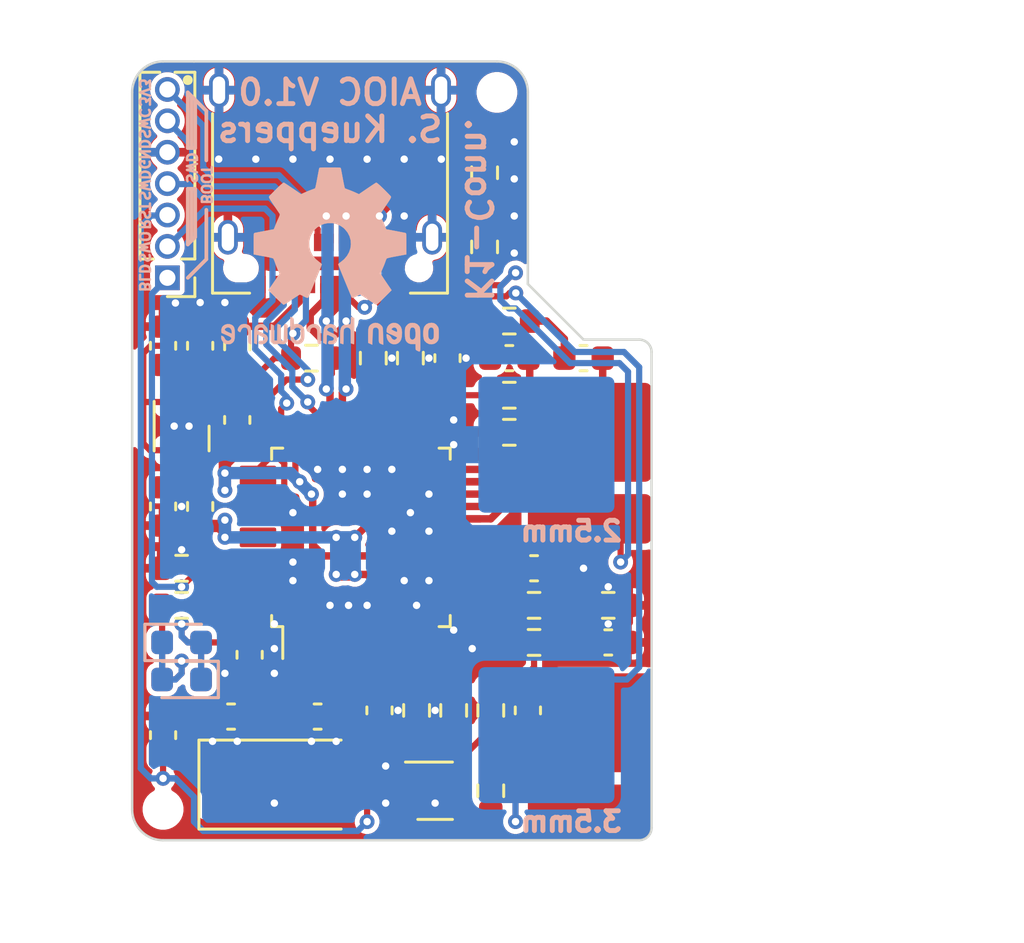
<source format=kicad_pcb>
(kicad_pcb (version 20241229) (generator "pcbnew") (generator_version "9.0")
  (layers (0 "F.Cu" signal) (2 "B.Cu" signal) (13 "F.Paste" user) (15 "B.Paste" user) (5 "F.SilkS" user "F.Silkscreen") (7 "B.SilkS" user "B.Silkscreen") (1 "F.Mask" user) (3 "B.Mask" user) (25 "Edge.Cuts" user))
  (net 0 "")
  (net 1 "GND")
  (net 2 "/OSCIN")
  (net 3 "/OSCOUT")
  (net 12 "/SWCLK")
  (net 22 "/SWDIO")
  (net 23 "/USB-DP")
  (net 24 "/USB-DN")
  (net 25 "Net-(C3-Pad1)")
  (net 28 "+3V3")
  (net 29 "+3.3VA")
  (net 30 "/VIN")
  (net 31 "/VBUS")
  (net 32 "Net-(C12-Pad1)")
  (net 33 "Net-(C14-Pad1)")
  (net 34 "Net-(J1-PadB5)")
  (net 35 "Net-(J1-PadA5)")
  (net 36 "/USART-RX")
  (net 37 "Net-(Q1-Pad3)")
  (net 38 "Net-(Q1-Pad6)")
  (net 39 "/USART-TX")
  (net 40 "/PTT1")
  (net 41 "/PTT2")
  (net 42 "/AFIN")
  (net 43 "/RADIO-MIC")
  (net 44 "/RADIO-SPK")
  (net 45 "/AFOUT")
  (net 46 "/RADIO-RX-PTT1")
  (net 47 "/RADIO-TX")
  (net 48 "/RADIO-VP-PTT2")
  (net 49 "/NRST")
  (net 50 "/SWO")
  (net 51 "/BOOT0")
  (net 52 "Net-(D1-Pad1)")
  (net 53 "Net-(D1-Pad2)")
  (net 54 "Net-(R15-Pad2)")
  (net 55 "Net-(Q1-Pad2)")
  (net 56 "Net-(Q1-Pad5)")
  (net 59 "Net-(C5-Pad1)")
  (net 60 "/DAC_ATTEN")
  (footprint "Resistor_SMD:R_0603_1608Metric" (layer "F.Cu") (at 119.75 102 180)
    (property "Reference" "R2" (hide yes))
    (property "Value" "10K")
  )
  (footprint "LED_SMD:LED_0603_1608Metric" (layer "F.Cu") (at 105.5 105 180)
    (property "Reference" "D2" (hide yes))
    (property "Value" "RED")
  )
  (footprint "Capacitor_SMD:C_0603_1608Metric" (layer "F.Cu") (at 118.75 92 180)
    (property "Reference" "C11" (hide yes))
    (property "Value" "10n/NP0")
  )
  (footprint "Resistor_SMD:R_0603_1608Metric" (layer "F.Cu") (at 105.5 102)
    (property "Reference" "R15" (hide yes))
    (property "Value" "220R")
  )
  (footprint "AIOC:USB_C_Receptacle_Amphenol_12401832E40-2A" (layer "F.Cu") (at 111.5 85 180)
    (property "Reference" "J1" (hide yes))
    (property "Value" "12401832E402A")
  )
  (footprint "Capacitor_SMD:C_0603_1608Metric" (layer "F.Cu") (at 107.5 106.5 180)
    (property "Reference" "C1" (hide yes))
    (property "Value" "22p/NP0")
  )
  (footprint "LED_SMD:LED_0603_1608Metric" (layer "F.Cu") (at 105.5 103.5)
    (property "Reference" "D1" (hide yes))
    (property "Value" "GREEN")
  )
  (footprint "Capacitor_SMD:C_0603_1608Metric" (layer "F.Cu") (at 113.5 106.25 -90)
    (property "Reference" "C9" (hide yes))
    (property "Value" "100n")
  )
  (footprint "Capacitor_SMD:C_0603_1608Metric" (layer "F.Cu") (at 122.75 103.5)
    (property "Reference" "C12" (hide yes))
    (property "Value" "100n")
  )
  (footprint "Resistor_SMD:R_0603_1608Metric" (layer "F.Cu") (at 118 109.5 -90)
    (property "Reference" "R13" (hide yes))
    (property "Value" "22R")
  )
  (footprint "Inductor_SMD:L_0603_1608Metric" (layer "F.Cu") (at 107.75 91.5 90)
    (property "Reference" "FB2" (hide yes))
    (property "Value" "600R@100MHz")
  )
  (footprint "Resistor_SMD:R_0603_1608Metric" (layer "F.Cu") (at 114.75 92 -90)
    (property "Reference" "R8" (hide yes))
    (property "Value" "220R")
  )
  (footprint "Resistor_SMD:R_0603_1608Metric" (layer "F.Cu") (at 116.5 106.25 -90)
    (property "Reference" "R11" (hide yes))
    (property "Value" "2.2K")
  )
  (footprint "Resistor_SMD:R_0603_1608Metric" (layer "F.Cu") (at 113.25 92 -90)
    (property "Reference" "R9" (hide yes))
    (property "Value" "220R")
  )
  (footprint "Package_QFP:LQFP-48_7x7mm_P0.5mm" (layer "F.Cu") (at 112.75 99.25 90)
    (property "Reference" "U2" (hide yes))
    (property "Value" "STM32F373CBTx")
  )
  (footprint "Capacitor_SMD:C_0603_1608Metric" (layer "F.Cu") (at 106.25 91.5 90)
    (property "Reference" "C6" (hide yes))
    (property "Value" "4.7u/10V/X5R")
  )
  (footprint "Resistor_SMD:R_0603_1608Metric" (layer "F.Cu") (at 122.75 102 180)
    (property "Reference" "R4" (hide yes))
    (property "Value" "220R")
  )
  (footprint "Inductor_SMD:L_0603_1608Metric" (layer "F.Cu") (at 106.25 98 90)
    (property "Reference" "FB1" (hide yes))
    (property "Value" "600R@100MHz")
  )
  (footprint "Capacitor_SMD:C_0603_1608Metric" (layer "F.Cu") (at 104.75 91.5 90)
    (property "Reference" "C3" (hide yes))
    (property "Value" "100n")
  )
  (footprint "Capacitor_SMD:C_0603_1608Metric" (layer "F.Cu") (at 111 106.5)
    (property "Reference" "C2" (hide yes))
    (property "Value" "22p/NP0")
  )
  (footprint "Resistor_SMD:R_0603_1608Metric" (layer "F.Cu") (at 115 106.25 -90)
    (property "Reference" "R10" (hide yes))
    (property "Value" "2.2K")
  )
  (footprint "Capacitor_SMD:C_0603_1608Metric" (layer "F.Cu") (at 107.75 94.5 90)
    (property "Reference" "C4" (hide yes))
    (property "Value" "4.7u/10V/X5R")
  )
  (footprint "Resistor_SMD:R_0603_1608Metric" (layer "F.Cu") (at 110.75 92)
    (property "Reference" "R1" (hide yes))
    (property "Value" "1.5K")
  )
  (footprint "Capacitor_SMD:C_0603_1608Metric" (layer "F.Cu") (at 104.75 98 -90)
    (property "Reference" "C5" (hide yes))
    (property "Value" "4.7u/10V/X5R")
  )
  (footprint "Package_TO_SOT_SMD:SOT-363_SC-70-6" (layer "F.Cu") (at 115.75 109.5)
    (property "Reference" "Q1" (hide yes))
    (property "Value" "BC847BS")
  )
  (footprint "Capacitor_SMD:C_0603_1608Metric" (layer "F.Cu") (at 121.75 92)
    (property "Reference" "C14" (hide yes))
    (property "Value" "4.7u/10V/X5R")
  )
  (footprint "Resistor_SMD:R_0603_1608Metric" (layer "F.Cu") (at 119.75 103.5 180)
    (property "Reference" "R17" (hide yes))
    (property "Value" "N.M.")
  )
  (footprint "Resistor_SMD:R_0603_1608Metric" (layer "F.Cu") (at 118.75 90.5)
    (property "Reference" "R5" (hide yes))
    (property "Value" "2.2K")
  )
  (footprint "Capacitor_SMD:C_0603_1608Metric" (layer "F.Cu") (at 104.75 107.25 90)
    (property "Reference" "C15" (hide yes))
    (property "Value" "100n")
  )
  (footprint "Capacitor_SMD:C_0603_1608Metric" (layer "F.Cu") (at 119.75 100.5)
    (property "Reference" "C7" (hide yes))
    (property "Value" "4.7u/10V/X5R")
  )
  (footprint "Connector_PinHeader_1.27mm:PinHeader_1x07_P1.27mm_Vertical" (layer "F.Cu") (at 104.925 88.75 180)
    (property "Reference" "J2" (hide yes))
    (property "Value" "Conn_01x07_Male")
  )
  (footprint "Capacitor_SMD:C_0603_1608Metric" (layer "F.Cu") (at 108.25 104 -90)
    (property "Reference" "C8" (hide yes))
    (property "Value" "100n")
  )
  (footprint "AIOC:Micrel_MLF-8-1EP_2x2mm_P0.5mm_EP0.6x1.2mm" (layer "F.Cu") (at 105.5 94.75 -90)
    (property "Reference" "U1" (hide yes))
    (property "Value" "MIC5330-SSYML")
  )
  (footprint "Resistor_SMD:R_0603_1608Metric" (layer "F.Cu") (at 118.75 93.5)
    (property "Reference" "R16" (hide yes))
    (property "Value" "5.1K")
  )
  (footprint "Resistor_SMD:R_0603_1608Metric" (layer "F.Cu") (at 118.75 95)
    (property "Reference" "R3" (hide yes))
    (property "Value" "5.1K")
  )
  (footprint "AIOC:TOOLING-HOLE" (layer "F.Cu") (at 104.75 110.25)
    (property "Reference" "H2" (hide yes))
    (property "Value" "ToolingHole")
  )
  (footprint "Capacitor_SMD:C_0603_1608Metric" (layer "F.Cu") (at 116.25 92 90)
    (property "Reference" "C10" (hide yes))
    (property "Value" "4.7u/10V/X5R")
  )
  (footprint "Resistor_SMD:R_0603_1608Metric" (layer "F.Cu") (at 105.5 100.5)
    (property "Reference" "R14" (hide yes))
    (property "Value" "2.2K")
  )
  (footprint "Resistor_SMD:R_0603_1608Metric" (layer "F.Cu") (at 117.75 84.5 -90)
    (property "Reference" "R6" (hide yes))
    (property "Value" "5.1K")
  )
  (footprint "AIOC:TOOLING-HOLE" (layer "F.Cu") (at 118.25 81.25)
    (property "Reference" "H1" (hide yes))
    (property "Value" "ToolingHole")
  )
  (footprint "Capacitor_SMD:C_0603_1608Metric" (layer "F.Cu") (at 119.5 106.25 -90)
    (property "Reference" "C13" (hide yes))
    (property "Value" "4.7u/10V/X5R")
  )
  (footprint "AIOC:Crystal_SMD_5032-2Pin_5.0x3.2mm" (layer "F.Cu") (at 109.25 109.25)
    (property "Reference" "Y1" (hide yes))
    (property "Value" "8MHz/20pF")
  )
  (footprint "Resistor_SMD:R_0603_1608Metric" (layer "F.Cu") (at 118 106.25 -90)
    (property "Reference" "R12" (hide yes))
    (property "Value" "22R")
  )
  (footprint "Resistor_SMD:R_0603_1608Metric" (layer "F.Cu") (at 117.75 87.5 90)
    (property "Reference" "R7" (hide yes))
    (property "Value" "5.1K")
  )
  (footprint "LED_SMD:LED_0603_1608Metric" (layer "B.Cu") (at 105.5 105 180)
    (property "Reference" "D4" (hide yes))
    (property "Value" "N.M.")
  )
  (footprint "LED_SMD:LED_0603_1608Metric" (layer "B.Cu") (at 105.5 103.5)
    (property "Reference" "D3" (hide yes))
    (property "Value" "N.M.")
  )
  (footprint "Symbol:OSHW-Logo2_9.8x8mm_SilkScreen" (layer "B.Cu") (at 111.5 88 180)
    (property "Reference" "REF**" (hide yes))
    (property "Value" "OSHW-Logo2_9.8x8mm_SilkScreen" (hide yes))
  )
  (gr_circle (center 105.75 80.75) (end 105.85 80.75) (stroke (width 0.2)) (fill no) (layer "F.SilkS"))
  (gr_line (start 105.9 85.15) (end 105.9 87.25) (stroke (width 0.15)) (layer "B.SilkS"))
  (gr_line (start 105.75 87.4) (end 105.75 85.15) (stroke (width 0.15)) (layer "B.SilkS"))
  (gr_line (start 105.75 85.15) (end 106.05 85.15) (stroke (width 0.15)) (layer "B.SilkS"))
  (gr_line (start 105.75 88.75) (end 106.5 88) (stroke (width 0.15)) (layer "B.SilkS"))
  (gr_line (start 105.75 81.25) (end 106.5 82) (stroke (width 0.15)) (layer "B.SilkS"))
  (gr_line (start 105.75 83.5) (end 105.75 81.25) (stroke (width 0.15)) (layer "B.SilkS"))
  (gr_line (start 106.5 82) (end 106.5 84) (stroke (width 0.15)) (layer "B.SilkS"))
  (gr_line (start 105.75 83.5) (end 106.05 83.5) (stroke (width 0.15)) (layer "B.SilkS"))
  (gr_line (start 106.5 88) (end 106.5 86) (stroke (width 0.15)) (layer "B.SilkS"))
  (gr_line (start 106.05 87.1) (end 106.05 85.15) (stroke (width 0.15)) (layer "B.SilkS"))
  (gr_line (start 105.75 87.4) (end 106.05 87.1) (stroke (width 0.15)) (layer "B.SilkS"))
  (gr_line (start 105.9 81.4) (end 105.9 83.5) (stroke (width 0.15)) (layer "B.SilkS"))
  (gr_line (start 106.05 83.5) (end 106.05 81.55) (stroke (width 0.15)) (layer "B.SilkS"))
  (gr_line (start 119.5 89) (end 119.5 81.25) (stroke (width 0.1)) (layer "Edge.Cuts"))
  (gr_line (start 103.5 110.25) (end 103.5 81.25) (stroke (width 0.1)) (layer "Edge.Cuts"))
  (gr_line (start 121.75 91.25) (end 124 91.25) (stroke (width 0.1)) (layer "Edge.Cuts"))
  (gr_line (start 124.5 91.75) (end 124.5 111) (stroke (width 0.1)) (layer "Edge.Cuts"))
  (gr_line (start 124 111.5) (end 104.75 111.5) (stroke (width 0.1)) (layer "Edge.Cuts"))
  (gr_arc (start 124.5 111) (mid 124.353553 111.353553) (end 124 111.5) (stroke (width 0.1)) (layer "Edge.Cuts"))
  (gr_line (start 121.75 91.25) (end 119.5 89) (stroke (width 0.1)) (layer "Edge.Cuts"))
  (gr_arc (start 118.25 80) (mid 119.133883 80.366117) (end 119.5 81.25) (stroke (width 0.1)) (layer "Edge.Cuts"))
  (gr_arc (start 103.5 81.25) (mid 103.866117 80.366117) (end 104.75 80) (stroke (width 0.1)) (layer "Edge.Cuts"))
  (gr_line (start 106 80) (end 118.25 80) (stroke (width 0.1)) (layer "Edge.Cuts"))
  (gr_arc (start 124 91.25) (mid 124.353553 91.396447) (end 124.5 91.75) (stroke (width 0.1)) (layer "Edge.Cuts"))
  (gr_line (start 106 80) (end 104.75 80) (stroke (width 0.1)) (layer "Edge.Cuts"))
  (gr_arc (start 104.75 111.5) (mid 103.866117 111.133883) (end 103.5 110.25) (stroke (width 0.1)) (layer "Edge.Cuts"))
  (gr_text "RST" (at 104 86.25 270) (layer "B.SilkS") (effects (font (size 0.4 0.4) (thickness 0.1)) (justify mirror)))
  (gr_text "SWD" (at 104 85 270) (layer "B.SilkS") (effects (font (size 0.4 0.4) (thickness 0.1)) (justify mirror)))
  (gr_text "SWO" (at 104 87.5 270) (layer "B.SilkS") (effects (font (size 0.4 0.4) (thickness 0.1)) (justify mirror)))
  (gr_text "GND" (at 104 83.75 270) (layer "B.SilkS") (effects (font (size 0.4 0.4) (thickness 0.1)) (justify mirror)))
  (gr_text "BLD" (at 104 88.75 270) (layer "B.SilkS") (effects (font (size 0.4 0.4) (thickness 0.1)) (justify mirror)))
  (gr_text "3V3" (at 104 81.25 270) (layer "B.SilkS") (effects (font (size 0.4 0.4) (thickness 0.1)) (justify mirror)))
  (gr_text "AIOC V1.0" (at 111.5 81.25 0) (layer "B.SilkS") (effects (font (size 1 1) (thickness 0.2)) (justify mirror)))
  (gr_text "3.5mm" (at 121.25 110.75 0) (layer "B.SilkS") (effects (font (size 0.8 0.8) (thickness 0.2)) (justify mirror)))
  (gr_text "SWD" (at 105.9 84.3 270) (layer "B.SilkS") (effects (font (size 0.4 0.4) (thickness 0.1)) (justify mirror)))
  (gr_text "S. Kueppers" (at 111.5 82.75 0) (layer "B.SilkS") (effects (font (size 1 1) (thickness 0.2)) (justify mirror)))
  (gr_text "K1-Conn." (at 117.5 86 270) (layer "B.SilkS") (effects (font (size 1 1) (thickness 0.2)) (justify mirror)))
  (gr_text "2.5mm" (at 121.25 99 0) (layer "B.SilkS") (effects (font (size 0.8 0.8) (thickness 0.2)) (justify mirror)))
  (gr_text "SWC" (at 104 82.5 270) (layer "B.SilkS") (effects (font (size 0.4 0.4) (thickness 0.1)) (justify mirror)))
  (gr_text "BOOT" (at 106.5 85 270) (layer "B.SilkS") (effects (font (size 0.4 0.4) (thickness 0.1)) (justify mirror)))
  (segment (start 108.75 89.02) (end 108.75 88.416813) (width 0.25) (layer "F.Cu") (net 1))
  (segment (start 113.5 102.5) (end 113.5 103.4125) (width 0.3) (layer "F.Cu") (net 1))
  (segment (start 105.75 93.775) (end 105.75 94.7) (width 0.25) (layer "F.Cu") (net 1))
  (segment (start 123.525 103.5) (end 123.525 102.05) (width 0.3) (layer "F.Cu") (net 1))
  (segment (start 113 102) (end 113.5 102.5) (width 0.3) (layer "F.Cu") (net 1))
  (segment (start 105.75 94.7) (end 105.8 94.75) (width 0.25) (layer "F.Cu") (net 1))
  (segment (start 109.5 101.5) (end 110 101) (width 0.3) (layer "F.Cu") (net 1))
  (segment (start 114.5 87.32) (end 114.5 87.916813) (width 0.25) (layer "F.Cu") (net 1))
  (segment (start 109 87.32) (end 109 88.166813) (width 0.25) (layer "F.Cu") (net 1))
  (segment (start 114.5 87.916813) (end 114.25 88.166813) (width 0.25) (layer "F.Cu") (net 1))
  (segment (start 114.25 89.02) (end 114.25 88.166813) (width 0.25) (layer "F.Cu") (net 1))
  (segment (start 123.525 102.05) (end 123.575 102) (width 0.25) (layer "F.Cu") (net 1))
  (segment (start 108.75 88.416813) (end 109 88.166813) (width 0.25) (layer "F.Cu") (net 1))
  (segment (start 108.5875 101.5) (end 109.5 101.5) (width 0.3) (layer "F.Cu") (net 1))
  (via (at 114.25 106.25) (size 0.6) (drill 0.3) (layers "F.Cu" "B.Cu") (net 1))
  (via (at 115.5 97.5) (size 0.6) (drill 0.3) (layers "F.Cu" "B.Cu") (net 1))
  (via (at 113.00027 83.951369) (size 0.6) (drill 0.3) (layers "F.Cu" "B.Cu") (net 1))
  (via (at 105.8 94.75) (size 0.6) (drill 0.3) (layers "F.Cu" "B.Cu") (net 1))
  (via (at 116.5 94.5) (size 0.6) (drill 0.3) (layers "F.Cu" "B.Cu") (net 1))
  (via (at 118.95 83.25) (size 0.6) (drill 0.3) (layers "F.Cu" "B.Cu") (net 1))
  (via (at 107.75 107.5) (size 0.6) (drill 0.3) (layers "F.Cu" "B.Cu") (net 1))
  (via (at 115 102) (size 0.6) (drill 0.3) (layers "F.Cu" "B.Cu") (net 1))
  (via (at 113 96.5) (size 0.6) (drill 0.3) (layers "F.Cu" "B.Cu") (net 1))
  (via (at 110 100.25) (size 0.6) (drill 0.3) (layers "F.Cu" "B.Cu") (net 1))
  (via (at 118.95 84.75) (size 0.6) (drill 0.3) (layers "F.Cu" "B.Cu") (net 1))
  (via (at 109.25 103.75) (size 0.6) (drill 0.3) (layers "F.Cu" "B.Cu") (net 1))
  (via (at 112.25 102) (size 0.6) (drill 0.3) (layers "F.Cu" "B.Cu") (net 1))
  (via (at 107.25 89.75) (size 0.6) (drill 0.3) (layers "F.Cu" "B.Cu") (net 1))
  (via (at 113.75 110) (size 0.6) (drill 0.3) (layers "F.Cu" "B.Cu") (net 1))
  (via (at 110.75 107.5) (size 0.6) (drill 0.3) (layers "F.Cu" "B.Cu") (net 1))
  (via (at 112 97.5) (size 0.6) (drill 0.3) (layers "F.Cu" "B.Cu") (net 1))
  (via (at 105.25 89.769502) (size 0.6) (drill 0.3) (layers "F.Cu" "B.Cu") (net 1))
  (via (at 105.5 98) (size 0.6) (drill 0.3) (layers "F.Cu" "B.Cu") (net 1))
  (via (at 110 98.25) (size 0.6) (drill 0.3) (layers "F.Cu" "B.Cu") (net 1))
  (via (at 114 99) (size 0.6) (drill 0.3) (layers "F.Cu" "B.Cu") (net 1))
  (via (at 116.00027 83.951369) (size 0.6) (drill 0.3) (layers "F.Cu" "B.Cu") (net 1))
  (via (at 117 92) (size 0.6) (drill 0.3) (layers "F.Cu" "B.Cu") (net 1))
  (via (at 109.25 102.75) (size 0.6) (drill 0.3) (layers "F.Cu" "B.Cu") (net 1))
  (via (at 114.5 101) (size 0.6) (drill 0.3) (layers "F.Cu" "B.Cu") (net 1))
  (via (at 107 83.95) (size 0.6) (drill 0.3) (layers "F.Cu" "B.Cu") (net 1))
  (via (at 105.5 99.75) (size 0.6) (drill 0.3) (layers "F.Cu" "B.Cu") (net 1))
  (via (at 117.25 103.75) (size 0.6) (drill 0.3) (layers "F.Cu" "B.Cu") (net 1))
  (via (at 110 101) (size 0.6) (drill 0.3) (layers "F.Cu" "B.Cu") (net 1))
  (via (at 106.75 107.5) (size 0.6) (drill 0.3) (layers "F.Cu" "B.Cu") (net 1))
  (via (at 114 92) (size 0.6) (drill 0.3) (layers "F.Cu" "B.Cu") (net 1))
  (via (at 113 97.5) (size 0.6) (drill 0.3) (layers "F.Cu" "B.Cu") (net 1))
  (via (at 113 102) (size 0.6) (drill 0.3) (layers "F.Cu" "B.Cu") (net 1))
  (via (at 106.25 89.75) (size 0.6) (drill 0.3) (layers "F.Cu" "B.Cu") (net 1))
  (via (at 114.5 86.25) (size 0.6) (drill 0.3) (layers "F.Cu" "B.Cu") (net 1))
  (via (at 107.25 104.75) (size 0.6) (drill 0.3) (layers "F.Cu" "B.Cu") (net 1))
  (via (at 121.75 100.5) (size 0.6) (drill 0.3) (layers "F.Cu" "B.Cu") (net 1))
  (via (at 116.5 95.5) (size 0.6) (drill 0.3) (layers "F.Cu" "B.Cu") (net 1))
  (via (at 111.75 107.502432) (size 0.6) (drill 0.3) (layers "F.Cu" "B.Cu") (net 1))
  (via (at 114.75 98.25) (size 0.6) (drill 0.3) (layers "F.Cu" "B.Cu") (net 1))
  (via (at 115.75 110) (size 0.6) (drill 0.3) (layers "F.Cu" "B.Cu") (net 1))
  (via (at 114 96.5) (size 0.6) (drill 0.3) (layers "F.Cu" "B.Cu") (net 1))
  (via (at 113.75 108.5) (size 0.6) (drill 0.3) (layers "F.Cu" "B.Cu") (net 1))
  (via (at 114.4994 83.950576) (size 0.6) (drill 0.3) (layers "F.Cu" "B.Cu") (net 1))
  (via (at 112 96.5) (size 0.6) (drill 0.3) (layers "F.Cu" "B.Cu") (net 1))
  (via (at 108.50027 83.951369) (size 0.6) (drill 0.3) (layers "F.Cu" "B.Cu") (net 1))
  (via (at 105.2 94.75) (size 0.6) (drill 0.3) (layers "F.Cu" "B.Cu") (net 1))
  (via (at 116.5 103) (size 0.6) (drill 0.3) (layers "F.Cu" "B.Cu") (net 1))
  (via (at 111.50027 83.951369) (size 0.6) (drill 0.3) (layers "F.Cu" "B.Cu") (net 1))
  (via (at 122.75 101.25) (size 0.6) (drill 0.3) (layers "F.Cu" "B.Cu") (net 1))
  (via (at 115.5 99) (size 0.6) (drill 0.3) (layers "F.Cu" "B.Cu") (net 1))
  (via (at 109.25 110) (size 0.6) (drill 0.3) (layers "F.Cu" "B.Cu") (net 1))
  (via (at 111 96.5) (size 0.6) (drill 0.3) (layers "F.Cu" "B.Cu") (net 1))
  (via (at 115.5 101) (size 0.6) (drill 0.3) (layers "F.Cu" "B.Cu") (net 1))
  (via (at 111.5 102) (size 0.6) (drill 0.3) (layers "F.Cu" "B.Cu") (net 1))
  (via (at 118.95 86.25) (size 0.6) (drill 0.3) (layers "F.Cu" "B.Cu") (net 1))
  (via (at 109.25 104.75) (size 0.6) (drill 0.3) (layers "F.Cu" "B.Cu") (net 1))
  (via (at 115.5 92) (size 0.6) (drill 0.3) (layers "F.Cu" "B.Cu") (net 1))
  (via (at 118.95 87.75) (size 0.6) (drill 0.3) (layers "F.Cu" "B.Cu") (net 1))
  (via (at 110.00027 83.951369) (size 0.6) (drill 0.3) (layers "F.Cu" "B.Cu") (net 1))
  (via (at 122.75 102.75) (size 0.6) (drill 0.3) (layers "F.Cu" "B.Cu") (net 1))
  (via (at 115.75 106.25) (size 0.6) (drill 0.3) (layers "F.Cu" "B.Cu") (net 1))
  (segment (start 108.75 107.5) (end 108.75 109) (width 0.25) (layer "F.Cu") (net 2))
  (segment (start 108.5 109.25) (end 107.4 109.25) (width 0.25) (layer "F.Cu") (net 2))
  (segment (start 108.863604 106.5) (end 108.472183 106.5) (width 0.25) (layer "F.Cu") (net 2))
  (segment (start 108.275 106.75) (end 108.275 107.025) (width 0.25) (layer "F.Cu") (net 2))
  (segment (start 110.363604 105) (end 108.863604 106.5) (width 0.25) (layer "F.Cu") (net 2))
  (segment (start 112 104.363604) (end 111.363604 105) (width 0.25) (layer "F.Cu") (net 2))
  (segment (start 108.75 109) (end 108.5 109.25) (width 0.25) (layer "F.Cu") (net 2))
  (segment (start 112 103.4125) (end 112 104.363604) (width 0.25) (layer "F.Cu") (net 2))
  (segment (start 108.275 107.025) (end 108.75 107.5) (width 0.25) (layer "F.Cu") (net 2))
  (segment (start 111.363604 105) (end 110.363604 105) (width 0.25) (layer "F.Cu") (net 2))
  (segment (start 108.525 106.5) (end 108.275 106.75) (width 0.25) (layer "F.Cu") (net 2))
  (segment (start 112.5 104.5) (end 111.55 105.45) (width 0.25) (layer "F.Cu") (net 3))
  (segment (start 109.75 107.5) (end 109.75 109) (width 0.25) (layer "F.Cu") (net 3))
  (segment (start 110.225 107.025) (end 109.75 107.5) (width 0.25) (layer "F.Cu") (net 3))
  (segment (start 112.5 103.4125) (end 112.5 104.5) (width 0.25) (layer "F.Cu") (net 3))
  (segment (start 110.225 105.775) (end 110.225 107.025) (width 0.25) (layer "F.Cu") (net 3))
  (segment (start 110 109.25) (end 111.1 109.25) (width 0.25) (layer "F.Cu") (net 3))
  (segment (start 111.55 105.45) (end 110.55 105.45) (width 0.25) (layer "F.Cu") (net 3))
  (segment (start 110.55 105.45) (end 110.225 105.775) (width 0.25) (layer "F.Cu") (net 3))
  (segment (start 109.75 109) (end 110 109.25) (width 0.25) (layer "F.Cu") (net 3))
  (segment (start 109.05 96.0375) (end 108.5875 96.5) (width 0.25) (layer "F.Cu") (net 12))
  (segment (start 110.6 92.866006) (end 109.743948 92.866006) (width 0.25) (layer "F.Cu") (net 12))
  (segment (start 109.743948 92.866006) (end 109.05 93.559954) (width 0.25) (layer "F.Cu") (net 12))
  (segment (start 109.05 93.559954) (end 109.05 96.0375) (width 0.25) (layer "F.Cu") (net 12))
  (via (at 110.6 92.866006) (size 0.6) (drill 0.3) (layers "F.Cu" "B.Cu") (net 12))
  (segment (start 105.925 83.42) (end 104.925 82.42) (width 0.25) (layer "B.Cu") (net 12))
  (segment (start 109.247792 85.05) (end 106.505408 85.05) (width 0.25) (layer "B.Cu") (net 12))
  (segment (start 110.6 92.483884) (end 109.375 91.258884) (width 0.25) (layer "B.Cu") (net 12))
  (segment (start 110.6 92.866006) (end 110.6 92.483884) (width 0.25) (layer "B.Cu") (net 12))
  (segment (start 109.375 91.258884) (end 109.375 90.741116) (width 0.25) (layer "B.Cu") (net 12))
  (segment (start 110.0755 90.040616) (end 110.0755 85.877708) (width 0.25) (layer "B.Cu") (net 12))
  (segment (start 106.505408 85.05) (end 105.925 84.469592) (width 0.25) (layer "B.Cu") (net 12))
  (segment (start 109.375 90.741116) (end 110.0755 90.040616) (width 0.25) (layer "B.Cu") (net 12))
  (segment (start 110.0755 85.877708) (end 109.247792 85.05) (width 0.25) (layer "B.Cu") (net 12))
  (segment (start 105.925 84.469592) (end 105.925 83.42) (width 0.25) (layer "B.Cu") (net 12))
  (segment (start 110.499747 93.784062) (end 111 94.284315) (width 0.25) (layer "F.Cu") (net 22))
  (segment (start 111 94.284315) (end 111 95.0875) (width 0.25) (layer "F.Cu") (net 22))
  (via (at 110.6 93.774076) (size 0.6) (drill 0.3) (layers "F.Cu" "B.Cu") (net 22))
  (segment (start 109.061396 85.5) (end 106.319012 85.5) (width 0.25) (layer "B.Cu") (net 22))
  (segment (start 109.6255 86.064104) (end 109.061396 85.5) (width 0.25) (layer "B.Cu") (net 22))
  (segment (start 109.6255 89.85422) (end 109.6255 86.064104) (width 0.25) (layer "B.Cu") (net 22))
  (segment (start 109.975 92.49528) (end 108.925 91.44528) (width 0.25) (layer "B.Cu") (net 22))
  (segment (start 108.925 90.55472) (end 109.6255 89.85422) (width 0.25) (layer "B.Cu") (net 22))
  (segment (start 110.6 93.774076) (end 109.975 93.149076) (width 0.25) (layer "B.Cu") (net 22))
  (segment (start 109.975 93.149076) (end 109.975 92.49528) (width 0.25) (layer "B.Cu") (net 22))
  (segment (start 105.779012 84.96) (end 104.925 84.96) (width 0.25) (layer "B.Cu") (net 22))
  (segment (start 106.319012 85.5) (end 105.779012 84.96) (width 0.25) (layer "B.Cu") (net 22))
  (segment (start 108.925 91.44528) (end 108.925 90.55472) (width 0.25) (layer "B.Cu") (net 22))
  (segment (start 111.575 92.625) (end 111.575 92) (width 0.25) (layer "F.Cu") (net 23))
  (segment (start 111.35 90.380761) (end 111.35 90.5) (width 0.3) (layer "F.Cu") (net 23))
  (segment (start 111.5 87.32) (end 111.5 86.4) (width 0.3) (layer "F.Cu") (net 23))
  (segment (start 111.35 93.25) (end 111.35 92.85) (width 0.25) (layer "F.Cu") (net 23))
  (segment (start 111.5 86.4) (end 111.35 86.25) (width 0.3) (layer "F.Cu") (net 23))
  (segment (start 111.35 92.85) (end 111.575 92.625) (width 0.25) (layer "F.Cu") (net 23))
  (segment (start 111.5 95.0875) (end 111.5 93.4) (width 0.3) (layer "F.Cu") (net 23))
  (segment (start 111.75 89.02) (end 111.75 89.980761) (width 0.3) (layer "F.Cu") (net 23))
  (segment (start 111.5 93.4) (end 111.35 93.25) (width 0.3) (layer "F.Cu") (net 23))
  (segment (start 111.75 89.980761) (end 111.35 90.380761) (width 0.3) (layer "F.Cu") (net 23))
  (via (at 111.35 86.25) (size 0.6) (drill 0.3) (layers "F.Cu" "B.Cu") (net 23))
  (via (at 111.35 90.5) (size 0.6) (drill 0.3) (layers "F.Cu" "B.Cu") (net 23))
  (via (at 111.35 93.25) (size 0.6) (drill 0.3) (layers "F.Cu" "B.Cu") (net 23))
  (segment (start 111.4 86.3) (end 111.4 93.2) (width 0.5) (layer "B.Cu") (net 23))
  (segment (start 111.35 86.25) (end 111.4 86.3) (width 0.5) (layer "B.Cu") (net 23))
  (segment (start 111.4 93.2) (end 111.35 93.25) (width 0.5) (layer "B.Cu") (net 23))
  (segment (start 112 95.0875) (end 112 93.4) (width 0.3) (layer "F.Cu") (net 24))
  (segment (start 110.7 90.769239) (end 111.080761 91.15) (width 0.3) (layer "F.Cu") (net 24))
  (segment (start 112 86.4) (end 112.15 86.25) (width 0.3) (layer "F.Cu") (net 24))
  (segment (start 111.619239 91.15) (end 112.15 90.619239) (width 0.3) (layer "F.Cu") (net 24))
  (segment (start 111.080761 91.15) (end 111.619239 91.15) (width 0.3) (layer "F.Cu") (net 24))
  (segment (start 112 87.32) (end 112 86.4) (width 0.3) (layer "F.Cu") (net 24))
  (segment (start 111.25 89.02) (end 111.25 89.680761) (width 0.3) (layer "F.Cu") (net 24))
  (segment (start 112 93.4) (end 112.15 93.25) (width 0.3) (layer "F.Cu") (net 24))
  (segment (start 110.7 90.230761) (end 110.7 90.769239) (width 0.3) (layer "F.Cu") (net 24))
  (segment (start 111.25 89.680761) (end 110.7 90.230761) (width 0.3) (layer "F.Cu") (net 24))
  (segment (start 112.15 90.619239) (end 112.15 90.5) (width 0.3) (layer "F.Cu") (net 24))
  (via (at 112.15 86.25) (size 0.6) (drill 0.3) (layers "F.Cu" "B.Cu") (net 24))
  (via (at 112.15 90.5) (size 0.6) (drill 0.3) (layers "F.Cu" "B.Cu") (net 24))
  (via (at 112.15 93.25) (size 0.6) (drill 0.3) (layers "F.Cu" "B.Cu") (net 24))
  (segment (start 112.1 93.2) (end 112.15 93.25) (width 0.5) (layer "B.Cu") (net 24))
  (segment (start 112.1 86.3) (end 112.1 93.2) (width 0.5) (layer "B.Cu") (net 24))
  (segment (start 112.15 86.25) (end 112.1 86.3) (width 0.5) (layer "B.Cu") (net 24))
  (segment (start 105.25 93.775) (end 105.25 93.25) (width 0.25) (layer "F.Cu") (net 25))
  (segment (start 105.25 93.25) (end 104.75 92.75) (width 0.25) (layer "F.Cu") (net 25))
  (segment (start 104.75 92.75) (end 104.75 92.275) (width 0.25) (layer "F.Cu") (net 25))
  (segment (start 110.1 96.85) (end 110.75 97.5) (width 0.25) (layer "F.Cu") (net 28))
  (segment (start 110 102.25) (end 110.5 101.75) (width 0.3) (layer "F.Cu") (net 28))
  (segment (start 110.8 99.3) (end 110.8 101.45) (width 0.3) (layer "F.Cu") (net 28))
  (segment (start 108.25 102.75) (end 108.5875 102.4125) (width 0.25) (layer "F.Cu") (net 28))
  (segment (start 106.525 95.725) (end 107 95.25) (width 0.25) (layer "F.Cu") (net 28))
  (segment (start 110.25 102) (end 108.5875 102) (width 0.3) (layer "F.Cu") (net 28))
  (segment (start 110.8 99.55) (end 110.8 99.3) (width 0.3) (layer "F.Cu") (net 28))
  (segment (start 109.925 92) (end 109.925 91.075) (width 0.25) (layer "F.Cu") (net 28))
  (segment (start 107.25 96.25) (end 107.75 95.75) (width 0.5) (layer "F.Cu") (net 28))
  (segment (start 107.725 95.25) (end 107.75 95.275) (width 0.25) (layer "F.Cu") (net 28))
  (segment (start 118 100) (end 116.9125 100) (width 0.3) (layer "F.Cu") (net 28))
  (segment (start 110 95.0875) (end 110 95.972919) (width 0.25) (layer "F.Cu") (net 28))
  (segment (start 108.6 92.65) (end 109.25 92) (width 0.25) (layer "F.Cu") (net 28))
  (segment (start 110.2745 97) (end 110.8 97.5255) (width 0.3) (layer "F.Cu") (net 28))
  (segment (start 109.925 91.075) (end 110 91) (width 0.25) (layer "F.Cu") (net 28))
  (segment (start 116.9125 100) (end 111.25 100) (width 0.3) (layer "F.Cu") (net 28))
  (segment (start 111.25 100) (end 110.8 99.55) (width 0.3) (layer "F.Cu") (net 28))
  (segment (start 107.25 97.35) (end 107.25 96.25) (width 0.5) (layer "F.Cu") (net 28))
  (segment (start 110.8 97.5255) (end 110.8 99.3) (width 0.3) (layer "F.Cu") (net 28))
  (segment (start 106.25 95.725) (end 106.525 95.725) (width 0.25) (layer "F.Cu") (net 28))
  (segment (start 107.75 95.75) (end 107.75 95.275) (width 0.5) (layer "F.Cu") (net 28))
  (segment (start 118.5 100.5) (end 118 100) (width 0.3) (layer "F.Cu") (net 28))
  (segment (start 108.25 95.275) (end 108.6 94.925) (width 0.25) (layer "F.Cu") (net 28))
  (segment (start 110.5 101.75) (end 110.25 102) (width 0.3) (layer "F.Cu") (net 28))
  (segment (start 118.975 100.5) (end 118.5 100.5) (width 0.3) (layer "F.Cu") (net 28))
  (segment (start 110 95.972919) (end 110.1 96.072919) (width 0.25) (layer "F.Cu") (net 28))
  (segment (start 108.25 103.225) (end 108.25 102.75) (width 0.25) (layer "F.Cu") (net 28))
  (segment (start 107 95.25) (end 107.725 95.25) (width 0.25) (layer "F.Cu") (net 28))
  (segment (start 110 103.4125) (end 110 102.25) (width 0.3) (layer "F.Cu") (net 28))
  (segment (start 110.8 101.45) (end 110.5 101.75) (width 0.3) (layer "F.Cu") (net 28))
  (segment (start 107.75 95.275) (end 108.25 95.275) (width 0.25) (layer "F.Cu") (net 28))
  (segment (start 109.25 92) (end 109.925 92) (width 0.25) (layer "F.Cu") (net 28))
  (segment (start 108.6 94.925) (end 108.6 92.65) (width 0.25) (layer "F.Cu") (net 28))
  (segment (start 110.1 96.072919) (end 110.1 96.85) (width 0.25) (layer "F.Cu") (net 28))
  (segment (start 108.5875 102.4125) (end 108.5875 102) (width 0.25) (layer "F.Cu") (net 28))
  (via (at 110.2745 97) (size 0.6) (drill 0.3) (layers "F.Cu" "B.Cu") (net 28))
  (via (at 110 91) (size 0.6) (drill 0.3) (layers "F.Cu" "B.Cu") (net 28))
  (via (at 110.75 97.5) (size 0.6) (drill 0.3) (layers "F.Cu" "B.Cu") (net 28))
  (via (at 107.25 96.65) (size 0.6) (drill 0.3) (layers "F.Cu" "B.Cu") (net 28))
  (via (at 107.25 97.35) (size 0.6) (drill 0.3) (layers "F.Cu" "B.Cu") (net 28))
  (segment (start 106.691804 84.6) (end 109.434188 84.6) (width 0.25) (layer "B.Cu") (net 28))
  (segment (start 104.925 81.15) (end 106.375 82.6) (width 0.25) (layer "B.Cu") (net 28))
  (segment (start 110.2745 97) (end 110.25 97) (width 0.5) (layer "B.Cu") (net 28))
  (segment (start 107.25 96.65) (end 107.25 97.35) (width 0.5) (layer "B.Cu") (net 28))
  (segment (start 110.5255 90.4745) (end 110 91) (width 0.25) (layer "B.Cu") (net 28))
  (segment (start 106.375 82.6) (end 106.375 84.283196) (width 0.25) (layer "B.Cu") (net 28))
  (segment (start 110.5255 85.691312) (end 110.5255 90.4745) (width 0.25) (layer "B.Cu") (net 28))
  (segment (start 110.25 97) (end 110.75 97.5) (width 0.5) (layer "B.Cu") (net 28))
  (segment (start 107.25 96.65) (end 109.9 96.65) (width 0.5) (layer "B.Cu") (net 28))
  (segment (start 109.434188 84.6) (end 110.5255 85.691312) (width 0.25) (layer "B.Cu") (net 28))
  (segment (start 109.9 96.65) (end 110.75 97.5) (width 0.5) (layer "B.Cu") (net 28))
  (segment (start 106.375 84.283196) (end 106.691804 84.6) (width 0.25) (layer "B.Cu") (net 28))
  (segment (start 107.25 98.55) (end 107.25 99) (width 0.5) (layer "F.Cu") (net 29))
  (segment (start 116 96.5) (end 115.25 96.5) (width 0.3) (layer "F.Cu") (net 29))
  (segment (start 112.5 100.75) (end 113 100.75) (width 0.3) (layer "F.Cu") (net 29))
  (segment (start 112.5 100.75) (end 111.75 100.75) (width 0.5) (layer "F.Cu") (net 29))
  (segment (start 117.925 93.5) (end 116.25 93.5) (width 0.25) (layer "F.Cu") (net 29))
  (segment (start 114 103.4125) (end 114 104.5) (width 0.3) (layer "F.Cu") (net 29))
  (segment (start 115.5 95.0875) (end 115.5 96.25) (width 0.3) (layer "F.Cu") (net 29))
  (segment (start 116.9125 96.5) (end 116 96.5) (width 0.3) (layer "F.Cu") (net 29))
  (segment (start 113 100.75) (end 114 101.75) (width 0.3) (layer "F.Cu") (net 29))
  (segment (start 107.0375 98.7875) (end 107.25 99) (width 0.5) (layer "F.Cu") (net 29))
  (segment (start 115.25 96.5) (end 113.25 98.5) (width 0.3) (layer "F.Cu") (net 29))
  (segment (start 116.25 93.5) (end 116.25 92.8625) (width 0.3) (layer "F.Cu") (net 29))
  (segment (start 112.5 99.25) (end 111.75 99.25) (width 0.5) (layer "F.Cu") (net 29))
  (segment (start 113.25 98.5) (end 112.5 99.25) (width 0.3) (layer "F.Cu") (net 29))
  (segment (start 113.5 105) (end 113.5 105.3875) (width 0.3) (layer "F.Cu") (net 29))
  (segment (start 115.5 95.0875) (end 115.5 94.25) (width 0.3) (layer "F.Cu") (net 29))
  (segment (start 114 101.75) (end 114 103.4125) (width 0.3) (layer "F.Cu") (net 29))
  (segment (start 106.25 98.7875) (end 107.0375 98.7875) (width 0.5) (layer "F.Cu") (net 29))
  (segment (start 107.25 99) (end 107.25 99.25) (width 0.5) (layer "F.Cu") (net 29))
  (segment (start 115.5 94.25) (end 116.25 93.5) (width 0.3) (layer "F.Cu") (net 29))
  (segment (start 114 104.5) (end 113.5 105) (width 0.3) (layer "F.Cu") (net 29))
  (segment (start 115.5 96.25) (end 115.25 96.5) (width 0.3) (layer "F.Cu") (net 29))
  (via (at 111.75 99.25) (size 0.6) (drill 0.3) (layers "F.Cu" "B.Cu") (net 29))
  (via (at 112.5 99.25) (size 0.6) (drill 0.3) (layers "F.Cu" "B.Cu") (net 29))
  (via (at 107.25 99.25) (size 0.6) (drill 0.3) (layers "F.Cu" "B.Cu") (net 29))
  (via (at 111.75 100.75) (size 0.6) (drill 0.3) (layers "F.Cu" "B.Cu") (net 29))
  (via (at 107.25 98.55) (size 0.6) (drill 0.3) (layers "F.Cu" "B.Cu") (net 29))
  (via (at 112.5 100.75) (size 0.6) (drill 0.3) (layers "F.Cu" "B.Cu") (net 29))
  (segment (start 112.5 99.25) (end 112.5 100.75) (width 0.5) (layer "B.Cu") (net 29))
  (segment (start 107.25 99.25) (end 107.25 98.55) (width 0.5) (layer "B.Cu") (net 29))
  (segment (start 112.1 99.25) (end 112.1 100.75) (width 0.5) (layer "B.Cu") (net 29))
  (segment (start 111.75 99.25) (end 112.25 99.25) (width 0.5) (layer "B.Cu") (net 29))
  (segment (start 111.75 99.25) (end 111.75 100.75) (width 0.5) (layer "B.Cu") (net 29))
  (segment (start 111.75 99.25) (end 107.25 99.25) (width 0.5) (layer "B.Cu") (net 29))
  (segment (start 112.25 99.25) (end 112.5 99.25) (width 0.5) (layer "B.Cu") (net 29))
  (segment (start 103.95 91.8) (end 104.25 91.5) (width 0.25) (layer "F.Cu") (net 30))
  (segment (start 103.95 93.7) (end 103.95 91.8) (width 0.25) (layer "F.Cu") (net 30))
  (segment (start 106.2625 92.2875) (end 106.25 92.275) (width 0.5) (layer "F.Cu") (net 30))
  (segment (start 104.025 93.775) (end 103.95 93.7) (width 0.25) (layer "F.Cu") (net 30))
  (segment (start 107.75 92.2875) (end 106.2625 92.2875) (width 0.5) (layer "F.Cu") (net 30))
  (segment (start 104.25 91.5) (end 106 91.5) (width 0.25) (layer "F.Cu") (net 30))
  (segment (start 103.95 95.45) (end 103.95 93.7) (width 0.25) (layer "F.Cu") (net 30))
  (segment (start 104.75 93.775) (end 104.025 93.775) (width 0.25) (layer "F.Cu") (net 30))
  (segment (start 106 91.5) (end 106.25 91.75) (width 0.25) (layer "F.Cu") (net 30))
  (segment (start 106.25 91.75) (end 106.25 92.275) (width 0.25) (layer "F.Cu") (net 30))
  (segment (start 104 95.5) (end 103.95 95.45) (width 0.25) (layer "F.Cu") (net 30))
  (segment (start 106.25 93.775) (end 106.25 92.275) (width 0.25) (layer "F.Cu") (net 30))
  (segment (start 104.75 95.725) (end 104.225 95.725) (width 0.25) (layer "F.Cu") (net 30))
  (segment (start 104.225 95.725) (end 104 95.5) (width 0.25) (layer "F.Cu") (net 30))
  (segment (start 110.5 88.04) (end 113 88.04) (width 0.3) (layer "F.Cu") (net 31))
  (segment (start 109.2575 90.7125) (end 108.25 90.7125) (width 0.3) (layer "F.Cu") (net 31))
  (segment (start 110.25 89.02) (end 110.25 89.72) (width 0.3) (layer "F.Cu") (net 31))
  (segment (start 110.5 87.32) (end 110.5 88.04) (width 0.3) (layer "F.Cu") (net 31))
  (segment (start 110.5 88.04) (end 110.25 88.29) (width 0.3) (layer "F.Cu") (net 31))
  (segment (start 112.75 89.02) (end 112.75 88.29) (width 0.3) (layer "F.Cu") (net 31))
  (segment (start 113 87.32) (end 113 88.04) (width 0.3) (layer "F.Cu") (net 31))
  (segment (start 112.75 88.29) (end 113 88.04) (width 0.3) (layer "F.Cu") (net 31))
  (segment (start 110.25 89.02) (end 110.25 88.29) (width 0.3) (layer "F.Cu") (net 31))
  (segment (start 110.25 89.72) (end 109.2575 90.7125) (width 0.3) (layer "F.Cu") (net 31))
  (segment (start 112.75 88.29) (end 110.25 88.29) (width 0.3) (layer "F.Cu") (net 31))
  (segment (start 120.575 102) (end 121.925 102) (width 0.25) (layer "F.Cu") (net 32))
  (segment (start 120.575 103.5) (end 121.975 103.5) (width 0.25) (layer "F.Cu") (net 32))
  (segment (start 119.5 105.475) (end 119.5 104.75) (width 0.25) (layer "F.Cu") (net 32))
  (segment (start 121.925 102) (end 121.925 103.45) (width 0.25) (layer "F.Cu") (net 32))
  (segment (start 119.5 104.75) (end 119.75 104.5) (width 0.25) (layer "F.Cu") (net 32))
  (segment (start 119.75 104.5) (end 119.75 103.75) (width 0.25) (layer "F.Cu") (net 32))
  (segment (start 120 103.5) (end 120.575 103.5) (width 0.25) (layer "F.Cu") (net 32))
  (segment (start 119.75 103.75) (end 120 103.5) (width 0.25) (layer "F.Cu") (net 32))
  (segment (start 121.925 103.45) (end 121.975 103.5) (width 0.25) (layer "F.Cu") (net 32))
  (segment (start 120.975 91.225) (end 120.25 90.5) (width 0.3) (layer "F.Cu") (net 33))
  (segment (start 120.25 90.5) (end 119.575 90.5) (width 0.3) (layer "F.Cu") (net 33))
  (segment (start 120.975 92) (end 120.975 91.225) (width 0.3) (layer "F.Cu") (net 33))
  (segment (start 116.186396 85.05) (end 116.461396 85.325) (width 0.25) (layer "F.Cu") (net 34))
  (segment (start 111 86.783884) (end 110.725 86.508884) (width 0.25) (layer "F.Cu") (net 34))
  (segment (start 110.725 86.508884) (end 110.725 85.991116) (width 0.25) (layer "F.Cu") (net 34))
  (segment (start 110.725 85.991116) (end 111.216116 85.5) (width 0.25) (layer "F.Cu") (net 34))
  (segment (start 114.063604 85.05) (end 116.186396 85.05) (width 0.25) (layer "F.Cu") (net 34))
  (segment (start 116.461396 85.325) (end 117.75 85.325) (width 0.25) (layer "F.Cu") (net 34))
  (segment (start 113.613604 85.5) (end 114.063604 85.05) (width 0.25) (layer "F.Cu") (net 34))
  (segment (start 111.216116 85.5) (end 113.613604 85.5) (width 0.25) (layer "F.Cu") (net 34))
  (segment (start 111 87.32) (end 111 86.783884) (width 0.25) (layer "F.Cu") (net 34))
  (segment (start 114.25 85.5) (end 116 85.5) (width 0.25) (layer "F.Cu") (net 35))
  (segment (start 112.6495 89.942499) (end 112.25 89.542999) (width 0.25) (layer "F.Cu") (net 35))
  (segment (start 112.25 89.542999) (end 112.25 89.02) (width 0.25) (layer "F.Cu") (net 35))
  (segment (start 117.175 86.675) (end 117.75 86.675) (width 0.25) (layer "F.Cu") (net 35))
  (segment (start 116 85.5) (end 117.175 86.675) (width 0.25) (layer "F.Cu") (net 35))
  (segment (start 113.5 86.25) (end 114.25 85.5) (width 0.25) (layer "F.Cu") (net 35))
  (via (at 113.5 86.25) (size 0.6) (drill 0.3) (layers "F.Cu" "B.Cu") (net 35))
  (via (at 112.8995 89.942499) (size 0.6) (drill 0.3) (layers "F.Cu" "B.Cu") (net 35))
  (segment (start 113.25 86.5) (end 113.25 89.591999) (width 0.25) (layer "B.Cu") (net 35))
  (segment (start 113.5 86.25) (end 113.25 86.5) (width 0.25) (layer "B.Cu") (net 35))
  (segment (start 113.25 89.591999) (end 112.8995 89.942499) (width 0.25) (layer "B.Cu") (net 35))
  (segment (start 112.5 94.113604) (end 113.25 93.363604) (width 0.25) (layer "F.Cu") (net 36))
  (segment (start 113.25 93.363604) (end 113.25 92.9125) (width 0.25) (layer "F.Cu") (net 36))
  (segment (start 112.5 95.0875) (end 112.5 94.113604) (width 0.25) (layer "F.Cu") (net 36))
  (segment (start 117.1625 110.75) (end 117.5 110.4125) (width 0.25) (layer "F.Cu") (net 37))
  (segment (start 114.8 110.15) (end 114.8 110.55) (width 0.25) (layer "F.Cu") (net 37))
  (segment (start 114.8 110.55) (end 115 110.75) (width 0.25) (layer "F.Cu") (net 37))
  (segment (start 115 110.75) (end 117.1625 110.75) (width 0.25) (layer "F.Cu") (net 37))
  (segment (start 117.5 110.4125) (end 118 110.4125) (width 0.25) (layer "F.Cu") (net 37))
  (segment (start 117.925 107.075) (end 118 107.075) (width 0.25) (layer "F.Cu") (net 38))
  (segment (start 116.7 108.85) (end 116.7 108.3) (width 0.25) (layer "F.Cu") (net 38))
  (segment (start 116.7 108.3) (end 117.925 107.075) (width 0.25) (layer "F.Cu") (net 38))
  (segment (start 113.5 93.75) (end 114.5 93.75) (width 0.25) (layer "F.Cu") (net 39))
  (segment (start 114.75 93.5) (end 114.75 92.9125) (width 0.25) (layer "F.Cu") (net 39))
  (segment (start 113 94.25) (end 113.5 93.75) (width 0.25) (layer "F.Cu") (net 39))
  (segment (start 114.5 93.75) (end 114.75 93.5) (width 0.25) (layer "F.Cu") (net 39))
  (segment (start 113 95.0875) (end 113 94.25) (width 0.25) (layer "F.Cu") (net 39))
  (segment (start 116.5 104.75) (end 116.5 105.3375) (width 0.25) (layer "F.Cu") (net 40))
  (segment (start 115.25 104.5) (end 116.25 104.5) (width 0.25) (layer "F.Cu") (net 40))
  (segment (start 116.25 104.5) (end 116.5 104.75) (width 0.25) (layer "F.Cu") (net 40))
  (segment (start 115 104.25) (end 115.25 104.5) (width 0.25) (layer "F.Cu") (net 40))
  (segment (start 115 103.4125) (end 115 104.25) (width 0.25) (layer "F.Cu") (net 40))
  (segment (start 115 104.886396) (end 115 105.425) (width 0.25) (layer "F.Cu") (net 41))
  (segment (start 114.5 103.4125) (end 114.5 104.386396) (width 0.25) (layer "F.Cu") (net 41))
  (segment (start 114.5 104.386396) (end 115 104.886396) (width 0.25) (layer "F.Cu") (net 41))
  (segment (start 118.75 97.75) (end 118.75 97.05) (width 0.3) (layer "F.Cu") (net 42))
  (segment (start 119 92) (end 119.525 92) (width 0.25) (layer "F.Cu") (net 42))
  (segment (start 117.925 90.5) (end 118.5 90.5) (width 0.25) (layer "F.Cu") (net 42))
  (segment (start 118.75 90.75) (end 118.75 91.75) (width 0.25) (layer "F.Cu") (net 42))
  (segment (start 118 98.5) (end 118.75 97.75) (width 0.3) (layer "F.Cu") (net 42))
  (segment (start 119.575 92.05) (end 119.525 92) (width 0.3) (layer "F.Cu") (net 42))
  (segment (start 118.75 97.05) (end 119.575 96.225) (width 0.3) (layer "F.Cu") (net 42))
  (segment (start 119.575 96.225) (end 119.575 93.5) (width 0.3) (layer "F.Cu") (net 42))
  (segment (start 119.575 93.5) (end 119.575 92.05) (width 0.3) (layer "F.Cu") (net 42))
  (segment (start 116.9125 98.5) (end 118 98.5) (width 0.3) (layer "F.Cu") (net 42))
  (segment (start 118.75 91.75) (end 119 92) (width 0.25) (layer "F.Cu") (net 42))
  (segment (start 118.5 90.5) (end 118.75 90.75) (width 0.25) (layer "F.Cu") (net 42))
  (segment (start 119.5 108.375) (end 120 108.875) (width 0.25) (layer "F.Cu") (net 43))
  (segment (start 119.5 107.025) (end 119.5 108.375) (width 0.25) (layer "F.Cu") (net 43))
  (segment (start 120 108.875) (end 120 109.75) (width 0.25) (layer "F.Cu") (net 43))
  (segment (start 122.525 92) (end 122.525 93.975) (width 0.3) (layer "F.Cu") (net 44))
  (segment (start 122.525 93.975) (end 122.5 94) (width 0.25) (layer "F.Cu") (net 44))
  (segment (start 118 101.5) (end 118.425 101.925) (width 0.25) (layer "F.Cu") (net 45))
  (segment (start 116.9125 101.5) (end 118 101.5) (width 0.25) (layer "F.Cu") (net 45))
  (segment (start 118.425 101.925) (end 119 101.925) (width 0.25) (layer "F.Cu") (net 45))
  (segment (start 115.116116 90.25) (end 114.75 90.616116) (width 0.25) (layer "F.Cu") (net 46))
  (segment (start 118.628536 89.5) (end 117.216682 89.5) (width 0.25) (layer "F.Cu") (net 46))
  (segment (start 119.011829 89.364195) (end 118.764341 89.364195) (width 0.25) (layer "F.Cu") (net 46))
  (segment (start 117.216682 89.5) (end 116.466682 90.25) (width 0.25) (layer "F.Cu") (net 46))
  (segment (start 119 110.75) (end 119 109) (width 0.25) (layer "F.Cu") (net 46))
  (segment (start 118.5875 108.5875) (end 118 108.5875) (width 0.25) (layer "F.Cu") (net 46))
  (segment (start 116.466682 90.25) (end 115.116116 90.25) (width 0.25) (layer "F.Cu") (net 46))
  (segment (start 114.75 90.616116) (end 114.75 91.0875) (width 0.25) (layer "F.Cu") (net 46))
  (segment (start 118.764341 89.364195) (end 118.628536 89.5) (width 0.25) (layer "F.Cu") (net 46))
  (segment (start 119 109) (end 118.5875 108.5875) (width 0.25) (layer "F.Cu") (net 46))
  (via (at 119 110.75) (size 0.6) (drill 0.3) (layers "F.Cu" "B.Cu") (net 46))
  (via (at 119.011829 89.364195) (size 0.6) (drill 0.3) (layers "F.Cu" "B.Cu") (net 46))
  (segment (start 124 92.363604) (end 123.386396 91.75) (width 0.25) (layer "B.Cu") (net 46))
  (segment (start 121.397634 91.75) (end 119.011829 89.364195) (width 0.25) (layer "B.Cu") (net 46))
  (segment (start 124 103.75) (end 124 92.363604) (width 0.25) (layer "B.Cu") (net 46))
  (segment (start 123.386396 91.75) (end 121.397634 91.75) (width 0.25) (layer "B.Cu") (net 46))
  (segment (start 123.5 105) (end 122.5 105) (width 0.25) (layer "B.Cu") (net 46))
  (segment (start 124 104.5) (end 123.5 105) (width 0.25) (layer "B.Cu") (net 46))
  (segment (start 124 103.75) (end 124 104.5) (width 0.25) (layer "B.Cu") (net 46))
  (segment (start 119 110.75) (end 119 109) (width 0.25) (layer "B.Cu") (net 46))
  (segment (start 123.25 100.25) (end 123.25 98.75) (width 0.25) (layer "F.Cu") (net 47))
  (segment (start 117.030286 89.05) (end 118.44214 89.05) (width 0.25) (layer "F.Cu") (net 47))
  (segment (start 113.5 90.25) (end 114.47972 90.25) (width 0.25) (layer "F.Cu") (net 47))
  (segment (start 118.944408 88.547732) (end 119.003182 88.547732) (width 0.25) (layer "F.Cu") (net 47))
  (segment (start 114.47972 90.25) (end 114.97972 89.75) (width 0.25) (layer "F.Cu") (net 47))
  (segment (start 113.25 91.0875) (end 113.25 90.5) (width 0.25) (layer "F.Cu") (net 47))
  (segment (start 118.44214 89.05) (end 118.944408 88.547732) (width 0.25) (layer "F.Cu") (net 47))
  (segment (start 116.330286 89.75) (end 117.030286 89.05) (width 0.25) (layer "F.Cu") (net 47))
  (segment (start 114.97972 89.75) (end 116.330286 89.75) (width 0.25) (layer "F.Cu") (net 47))
  (segment (start 113.25 90.5) (end 113.5 90.25) (width 0.25) (layer "F.Cu") (net 47))
  (via (at 123.25 100.25) (size 0.6) (drill 0.3) (layers "F.Cu" "B.Cu") (net 47))
  (via (at 119.003182 88.547732) (size 0.6) (drill 0.3) (layers "F.Cu" "B.Cu") (net 47))
  (segment (start 118.739195 89.989195) (end 118.386829 89.636829) (width 0.25) (layer "B.Cu") (net 47))
  (segment (start 123.2 92.2) (end 121.211238 92.2) (width 0.25) (layer "B.Cu") (net 47))
  (segment (start 123.55 92.55) (end 123.2 92.2) (width 0.25) (layer "B.Cu") (net 47))
  (segment (start 118.386829 89.636829) (end 118.386829 89.105311) (width 0.25) (layer "B.Cu") (net 47))
  (segment (start 118.386829 89.105311) (end 118.944408 88.547732) (width 0.25) (layer "B.Cu") (net 47))
  (segment (start 118.944408 88.547732) (end 119.003182 88.547732) (width 0.25) (layer "B.Cu") (net 47))
  (segment (start 123.55 99.95) (end 123.55 92.55) (width 0.25) (layer "B.Cu") (net 47))
  (segment (start 121.211238 92.2) (end 119.000433 89.989195) (width 0.25) (layer "B.Cu") (net 47))
  (segment (start 123.25 100.25) (end 123.55 99.95) (width 0.25) (layer "B.Cu") (net 47))
  (segment (start 119.000433 89.989195) (end 118.739195 89.989195) (width 0.25) (layer "B.Cu") (net 47))
  (segment (start 118.25 106.25) (end 122 106.25) (width 0.25) (layer "F.Cu") (net 48))
  (segment (start 118 105.3375) (end 118 106) (width 0.25) (layer "F.Cu") (net 48))
  (segment (start 118 106) (end 118.25 106.25) (width 0.25) (layer "F.Cu") (net 48))
  (segment (start 112.6 105.122183) (end 113 104.722183) (width 0.25) (layer "F.Cu") (net 49))
  (segment (start 112.6 107.377817) (end 112.6 105.122183) (width 0.25) (layer "F.Cu") (net 49))
  (segment (start 104.75 109) (end 104.75 108.025) (width 0.25) (layer "F.Cu") (net 49))
  (segment (start 113 110.75) (end 113 107.777817) (width 0.25) (layer "F.Cu") (net 49))
  (segment (start 113 107.777817) (end 112.6 107.377817) (width 0.25) (layer "F.Cu") (net 49))
  (segment (start 113 104.722183) (end 113 103.4125) (width 0.25) (layer "F.Cu") (net 49))
  (via (at 113 110.75) (size 0.6) (drill 0.3) (layers "F.Cu" "B.Cu") (net 49))
  (via (at 104.75 109) (size 0.6) (drill 0.3) (layers "F.Cu" "B.Cu") (net 49))
  (segment (start 104.75 109) (end 105.25 109) (width 0.25) (layer "B.Cu") (net 49))
  (segment (start 106.375 111.125) (end 106 110.75) (width 0.25) (layer "B.Cu") (net 49))
  (segment (start 113 110.75) (end 112.625 111.125) (width 0.25) (layer "B.Cu") (net 49))
  (segment (start 104.925 86.23) (end 104.27 86.23) (width 0.25) (layer "B.Cu") (net 49))
  (segment (start 103.85 108.6) (end 103.85 106.5) (width 0.25) (layer "B.Cu") (net 49))
  (segment (start 106 110.75) (end 106 109.75) (width 0.25) (layer "B.Cu") (net 49))
  (segment (start 104.25 109) (end 103.85 108.6) (width 0.25) (layer "B.Cu") (net 49))
  (segment (start 105.875 109.625) (end 105.25 109) (width 0.25) (layer "B.Cu") (net 49))
  (segment (start 112.625 111.125) (end 106.375 111.125) (width 0.25) (layer "B.Cu") (net 49))
  (segment (start 103.85 86.65) (end 103.85 106.6) (width 0.25) (layer "B.Cu") (net 49))
  (segment (start 104.27 86.23) (end 103.85 86.65) (width 0.25) (layer "B.Cu") (net 49))
  (segment (start 106 109.75) (end 105.875 109.625) (width 0.25) (layer "B.Cu") (net 49))
  (segment (start 105.25 109) (end 104.25 109) (width 0.25) (layer "B.Cu") (net 49))
  (segment (start 109.390685 97.5) (end 108.5875 97.5) (width 0.25) (layer "F.Cu") (net 50))
  (segment (start 109.75 93.819338) (end 109.525 94.044338) (width 0.25) (layer "F.Cu") (net 50))
  (segment (start 109.525 96.134315) (end 109.65 96.259315) (width 0.25) (layer "F.Cu") (net 50))
  (segment (start 109.525 94.044338) (end 109.525 96.134315) (width 0.25) (layer "F.Cu") (net 50))
  (segment (start 109.65 96.259315) (end 109.65 97.240685) (width 0.25) (layer "F.Cu") (net 50))
  (segment (start 109.65 97.240685) (end 109.390685 97.5) (width 0.25) (layer "F.Cu") (net 50))
  (via (at 109.75 93.819338) (size 0.6) (drill 0.3) (layers "F.Cu" "B.Cu") (net 50))
  (segment (start 108.475 90.368324) (end 109.1755 89.667824) (width 0.25) (layer "B.Cu") (net 50))
  (segment (start 108.875 85.95) (end 106.475 85.95) (width 0.25) (layer "B.Cu") (net 50))
  (segment (start 109.1755 86.2505) (end 108.875 85.95) (width 0.25) (layer "B.Cu") (net 50))
  (segment (start 109.525 92.681676) (end 108.475 91.631676) (width 0.25) (layer "B.Cu") (net 50))
  (segment (start 106.475 85.95) (end 104.925 87.5) (width 0.25) (layer "B.Cu") (net 50))
  (segment (start 109.75 93.560472) (end 109.525 93.335472) (width 0.25) (layer "B.Cu") (net 50))
  (segment (start 109.525 93.335472) (end 109.525 92.681676) (width 0.25) (layer "B.Cu") (net 50))
  (segment (start 108.475 91.631676) (end 108.475 90.368324) (width 0.25) (layer "B.Cu") (net 50))
  (segment (start 109.75 93.819338) (end 109.75 93.560472) (width 0.25) (layer "B.Cu") (net 50))
  (segment (start 109.1755 89.667824) (end 109.1755 86.2505) (width 0.25) (layer "B.Cu") (net 50))
  (segment (start 107.363604 100) (end 106.863604 100.5) (width 0.25) (layer "F.Cu") (net 51))
  (segment (start 108.5875 100) (end 107.363604 100) (width 0.25) (layer "F.Cu") (net 51))
  (segment (start 106.863604 100.5) (end 106.325 100.5) (width 0.25) (layer "F.Cu") (net 51))
  (segment (start 105.5 101.25) (end 106.25 100.5) (width 0.25) (layer "F.Cu") (net 51))
  (segment (start 106.25 100.5) (end 106.325 100.5) (width 0.25) (layer "F.Cu") (net 51))
  (via (at 105.5 101.25) (size 0.6) (drill 0.3) (layers "F.Cu" "B.Cu") (net 51))
  (segment (start 104.3 101.05) (end 104.5 101.25) (width 0.25) (layer "B.Cu") (net 51))
  (segment (start 104.3 89.395) (end 104.3 101.05) (width 0.25) (layer "B.Cu") (net 51))
  (segment (start 104.925 88.77) (end 104.3 89.395) (width 0.25) (layer "B.Cu") (net 51))
  (segment (start 104.5 101.25) (end 105.5 101.25) (width 0.25) (layer "B.Cu") (net 51))
  (segment (start 105.25 105) (end 104.7125 105) (width 0.25) (layer "F.Cu") (net 52))
  (segment (start 105.5 104.75) (end 105.25 105) (width 0.25) (layer "F.Cu") (net 52))
  (segment (start 104.7125 105.05) (end 104.7125 102.0875) (width 0.25) (layer "F.Cu") (net 52))
  (segment (start 105.5 104.25) (end 105.5 104.75) (width 0.25) (layer "F.Cu") (net 52))
  (segment (start 104.7125 102.0875) (end 104.675 102.05) (width 0.25) (layer "F.Cu") (net 52))
  (via (at 105.5 104.25) (size 0.6) (drill 0.3) (layers "F.Cu" "B.Cu") (net 52))
  (segment (start 104.7125 103.5) (end 104.7125 105) (width 0.25) (layer "B.Cu") (net 52))
  (segment (start 105.25 105) (end 104.7125 105) (width 0.25) (layer "B.Cu") (net 52))
  (segment (start 105.5 104.75) (end 105.25 105) (width 0.25) (layer "B.Cu") (net 52))
  (segment (start 105.5 104.25) (end 105.5 104.75) (width 0.25) (layer "B.Cu") (net 52))
  (segment (start 106.2875 105.05) (end 106.2875 103.55) (width 0.25) (layer "F.Cu") (net 53))
  (segment (start 107 103.5) (end 106.2875 103.5) (width 0.25) (layer "F.Cu") (net 53))
  (segment (start 107.25 103.25) (end 107 103.5) (width 0.25) (layer "F.Cu") (net 53))
  (segment (start 107.25 102.286396) (end 107.25 103.25) (width 0.25) (layer "F.Cu") (net 53))
  (segment (start 105.75 103.5) (end 106.2875 103.5) (width 0.25) (layer "F.Cu") (net 53))
  (segment (start 105.5 103.25) (end 105.75 103.5) (width 0.25) (layer "F.Cu") (net 53))
  (segment (start 107.525 102.011396) (end 107.25 102.286396) (width 0.25) (layer "F.Cu") (net 53))
  (segment (start 105.5 102.75) (end 105.5 103.25) (width 0.25) (layer "F.Cu") (net 53))
  (segment (start 107.525 101.111396) (end 107.525 102.011396) (width 0.25) (layer "F.Cu") (net 53))
  (segment (start 108.5875 101) (end 107.636396 101) (width 0.25) (layer "F.Cu") (net 53))
  (segment (start 107.636396 101) (end 107.525 101.111396) (width 0.25) (layer "F.Cu") (net 53))
  (via (at 105.5 102.75) (size 0.6) (drill 0.3) (layers "F.Cu" "B.Cu") (net 53))
  (segment (start 106.2875 103.5) (end 106.2875 105) (width 0.25) (layer "B.Cu") (net 53))
  (segment (start 105.5 102.75) (end 105.5 103.25) (width 0.25) (layer "B.Cu") (net 53))
  (segment (start 105.75 103.5) (end 106.2875 103.5) (width 0.25) (layer "B.Cu") (net 53))
  (segment (start 105.5 103.25) (end 105.75 103.5) (width 0.25) (layer "B.Cu") (net 53))
  (segment (start 106.9 102) (end 106.325 102) (width 0.25) (layer "F.Cu") (net 54))
  (segment (start 108.5875 100.5) (end 107.5 100.5) (width 0.25) (layer "F.Cu") (net 54))
  (segment (start 107.5 100.5) (end 107.075 100.925) (width 0.25) (layer "F.Cu") (net 54))
  (segment (start 107.075 100.925) (end 107.075 101.825) (width 0.25) (layer "F.Cu") (net 54))
  (segment (start 107.075 101.825) (end 106.9 102) (width 0.25) (layer "F.Cu") (net 54))
  (segment (start 115 107.075) (end 115 107.75) (width 0.25) (layer "F.Cu") (net 55))
  (segment (start 115.224695 109.5) (end 115.5 109.224695) (width 0.25) (layer "F.Cu") (net 55))
  (segment (start 114.8 109.5) (end 115.224695 109.5) (width 0.25) (layer "F.Cu") (net 55))
  (segment (start 115 107.75) (end 115.5 108.25) (width 0.25) (layer "F.Cu") (net 55))
  (segment (start 115.5 109.224695) (end 115.5 108.25) (width 0.25) (layer "F.Cu") (net 55))
  (segment (start 116.7 109.5) (end 116.310661 109.5) (width 0.25) (layer "F.Cu") (net 56))
  (segment (start 116 109.189339) (end 116 108.25) (width 0.25) (layer "F.Cu") (net 56))
  (segment (start 116.5 107.075) (end 116.5 107.75) (width 0.25) (layer "F.Cu") (net 56))
  (segment (start 116.310661 109.5) (end 116 109.189339) (width 0.25) (layer "F.Cu") (net 56))
  (segment (start 116.5 107.75) (end 116 108.25) (width 0.25) (layer "F.Cu") (net 56))
  (segment (start 105.5 96.5) (end 105.5 97.175) (width 0.25) (layer "F.Cu") (net 59))
  (segment (start 105.75 95.725) (end 105.75 96.25) (width 0.25) (layer "F.Cu") (net 59))
  (segment (start 105.5 97.175) (end 105.5375 97.2125) (width 0.25) (layer "F.Cu") (net 59))
  (segment (start 106.25 97.2125) (end 105.5375 97.2125) (width 0.5) (layer "F.Cu") (net 59))
  (segment (start 105.5375 97.2125) (end 104.7625 97.2125) (width 0.5) (layer "F.Cu") (net 59))
  (segment (start 104.7625 97.2125) (end 104.75 97.225) (width 0.5) (layer "F.Cu") (net 59))
  (segment (start 105.75 96.25) (end 105.5 96.5) (width 0.25) (layer "F.Cu") (net 59))
  (segment (start 116.9125 102) (end 117.75 102) (width 0.25) (layer "F.Cu") (net 60))
  (segment (start 117.75 102) (end 118 102.25) (width 0.25) (layer "F.Cu") (net 60))
  (segment (start 118.5 103.5) (end 118.925 103.5) (width 0.25) (layer "F.Cu") (net 60))
  (segment (start 118 102.25) (end 118 103) (width 0.25) (layer "F.Cu") (net 60))
  (segment (start 118 103) (end 118.5 103.5) (width 0.25) (layer "F.Cu") (net 60))
  (zone (net 1) (net_name "GND") (layer "F.Cu") (priority 3) (connect_pads (clearance 0.2)) (min_thickness 0.2) (fill yes (thermal_gap 0.22) (thermal_bridge_width 0.35) (smoothing fillet) (radius 0.25))
    (polygon (pts (xy 124.5 111.5) (xy 103.5 111.5) (xy 103.5 80) (xy 124.5 80)))
  )
  (zone (net 43) (net_name "/RADIO-MIC") (layer "F.Cu") (priority 5) (connect_pads (clearance 0.254)) (min_thickness 0.254) (fill yes (thermal_gap 0.508) (thermal_bridge_width 0.508) (smoothing fillet) (radius 0.25) (island_removal_mode 1) (island_area_min 0))
    (polygon (pts (xy 124.5 111.25) (xy 119.5 111.25) (xy 119.5 109.25) (xy 124.5 109.25)))
  )
  (zone (net 48) (net_name "/RADIO-VP-PTT2") (layer "F.Cu") (priority 5) (connect_pads (clearance 0.254)) (min_thickness 0.254) (fill yes (thermal_gap 0.508) (thermal_bridge_width 0.508) (smoothing fillet) (radius 0.25) (island_removal_mode 1) (island_area_min 0))
    (polygon (pts (xy 124.5 108.75) (xy 120.5 108.75) (xy 120.5 104.75) (xy 124.5 104.75)))
  )
  (zone (net 47) (net_name "/RADIO-TX") (layer "F.Cu") (priority 5) (connect_pads (clearance 0.254)) (min_thickness 0.254) (fill yes (thermal_gap 0.508) (thermal_bridge_width 0.508) (smoothing fillet) (radius 0.25) (island_removal_mode 1) (island_area_min 0))
    (polygon (pts (xy 124.5 99.5) (xy 119.5 99.5) (xy 119.5 97.5) (xy 124.5 97.5)))
  )
  (zone (net 44) (net_name "/RADIO-SPK") (layer "F.Cu") (priority 5) (connect_pads (clearance 0.254)) (min_thickness 0.254) (fill yes (thermal_gap 0.508) (thermal_bridge_width 0.508) (smoothing fillet) (radius 0.25) (island_removal_mode 1) (island_area_min 0))
    (polygon (pts (xy 124.5 97) (xy 120.5 97) (xy 120.5 93) (xy 124.5 93)))
  )
  (zone (net 1) (net_name "GND") (layer "B.Cu") (priority 5) (connect_pads (clearance 0.2)) (min_thickness 0.2) (fill yes (thermal_gap 0.254) (thermal_bridge_width 0.35) (smoothing fillet) (radius 0.25))
    (polygon (pts (xy 124.5 92.25) (xy 117.25 92.25) (xy 117 92.5) (xy 117 94.75) (xy 118.5 94.75) (xy 118.5 96.25) (xy 117 96.25) (xy 117 98.502475) (xy 117.25 98.75) (xy 124.5 98.75) (xy 124.5 111.5) (xy 103.5 111.5) (xy 103.5 80) (xy 124.5 80)))
  )
  (zone (net 1) (net_name "GND") (layer "B.Cu") (priority 10) (connect_pads (clearance 0.254)) (min_thickness 0.254) (fill yes (thermal_gap 0.508) (thermal_bridge_width 0.508) (smoothing fillet) (radius 0.25) (island_removal_mode 1) (island_area_min 0))
    (polygon (pts (xy 123 98.25) (xy 117.5 98.25) (xy 117.5 92.75) (xy 123 92.75)))
  )
  (zone (net 46) (net_name "/RADIO-RX-PTT1") (layer "B.Cu") (priority 10) (connect_pads (clearance 0.254)) (min_thickness 0.254) (fill yes (thermal_gap 0.508) (thermal_bridge_width 0.508) (smoothing fillet) (radius 0.25) (island_removal_mode 1) (island_area_min 0))
    (polygon (pts (xy 123 110) (xy 117.5 110) (xy 117.5 104.5) (xy 123 104.5)))
  )
)
</source>
